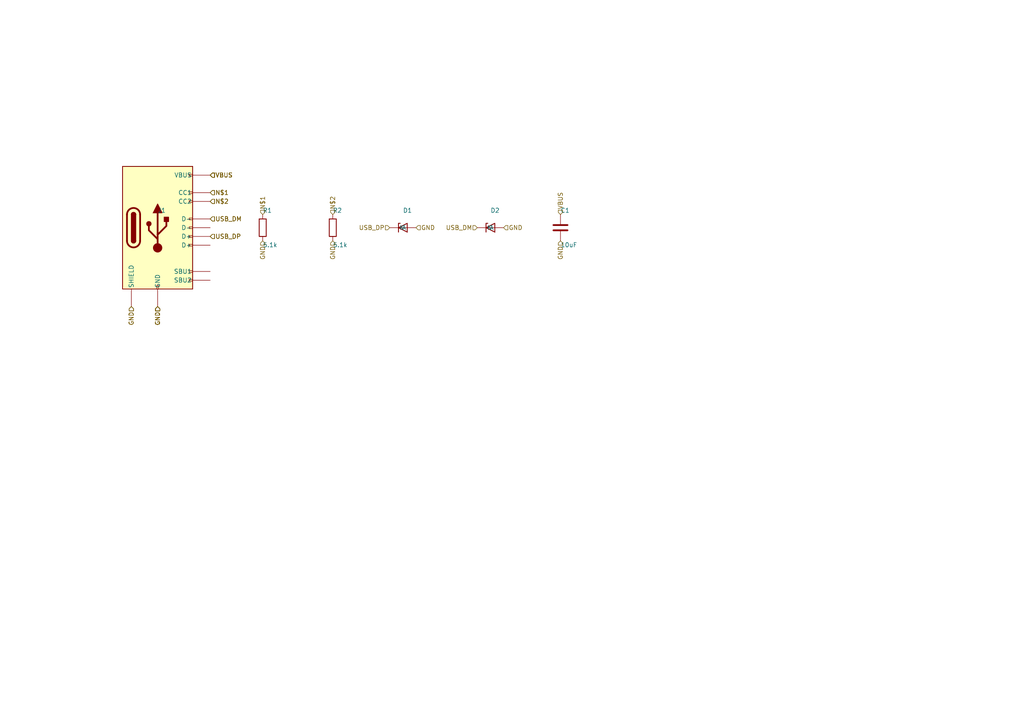
<source format=kicad_sch>
(kicad_sch (version 20250114) (generator "circuit_synth") (generator_version "9.0")
  (paper "A4")
  (lib_symbols
    (symbol "Connector:USB_C_Receptacle_USB2.0_16P" (pin_numbers hide) (pin_names (offset 0.254))
      (property "Reference" "J" (at 0 0 0))
      (property "Value" "USB_C_Receptacle_USB2.0_16P" (at 0 -2.54 0))
      (symbol "USB_C_Receptacle_USB2.0_16P_0_1"
        (rectangle (start -0.254 -17.78) (end 0.254 -16.764) (stroke (width 0.0)))
        (rectangle (start 10.16 15.494) (end 9.144 14.986) (stroke (width 0.0)))
        (rectangle (start 10.16 10.414) (end 9.144 9.906) (stroke (width 0.0)))
        (rectangle (start 10.16 7.874) (end 9.144 7.366) (stroke (width 0.0)))
        (rectangle (start 10.16 2.794) (end 9.144 2.286) (stroke (width 0.0)))
        (rectangle (start 10.16 0.254) (end 9.144 -0.254) (stroke (width 0.0)))
        (rectangle (start 10.16 -2.286) (end 9.144 -2.794) (stroke (width 0.0)))
        (rectangle (start 10.16 -4.826) (end 9.144 -5.334) (stroke (width 0.0)))
        (rectangle (start 10.16 -12.446) (end 9.144 -12.954) (stroke (width 0.0)))
        (rectangle (start 10.16 -14.986) (end 9.144 -15.494) (stroke (width 0.0)))
        (rectangle (start -10.16 17.78) (end 10.16 -17.78) (stroke (width 0.254)) (fill (type background)))
        (polyline (pts (xy -8.89 -3.81) (xy -8.89 3.81)) (stroke (width 0.508)))
        (rectangle (start -7.62 -3.81) (end -6.35 3.81) (stroke (width 0.254)) (fill (type outline)))
        (arc (start -7.62 3.81) (mid -6.985 4.4423) (end -6.35 3.81) (stroke (width 0.254)))
        (arc (start -7.62 3.81) (mid -6.985 4.4423) (end -6.35 3.81) (stroke (width 0.254)) (fill (type outline)))
        (arc (start -8.89 3.81) (mid -6.985 5.7067) (end -5.08 3.81) (stroke (width 0.508)))
        (arc (start -5.08 -3.81) (mid -6.985 -5.7067) (end -8.89 -3.81) (stroke (width 0.508)))
        (arc (start -6.35 -3.81) (mid -6.985 -4.4423) (end -7.62 -3.81) (stroke (width 0.254)))
        (arc (start -6.35 -3.81) (mid -6.985 -4.4423) (end -7.62 -3.81) (stroke (width 0.254)) (fill (type outline)))
        (polyline (pts (xy -5.08 3.81) (xy -5.08 -3.81)) (stroke (width 0.508)))
        (circle (center -2.54 1.143) (radius 0.635) (stroke (width 0.254)) (fill (type outline)))
        (polyline (pts (xy -1.27 4.318) (xy 0.0 6.858) (xy 1.27 4.318) (xy -1.27 4.318)) (stroke (width 0.254)) (fill (type outline)))
        (polyline (pts (xy 0.0 -2.032) (xy 2.54 0.508) (xy 2.54 1.778)) (stroke (width 0.508)))
        (polyline (pts (xy 0.0 -3.302) (xy -2.54 -0.762) (xy -2.54 0.508)) (stroke (width 0.508)))
        (polyline (pts (xy 0.0 -5.842) (xy 0.0 4.318)) (stroke (width 0.508)))
        (circle (center 0.0 -5.842) (radius 1.27) (stroke (width 0.0)) (fill (type outline)))
        (rectangle (start 1.905 1.778) (end 3.175 3.048) (stroke (width 0.254)) (fill (type outline)))
      )
      (symbol "USB_C_Receptacle_USB2.0_16P_1_1"
        (pin passive line (at -7.62 -22.86 90.0) (length 5.08) (name SHIELD) (number S1))
        (pin passive line (at 0.0 -22.86 90.0) (length 5.08) (name GND) (number A1))
        (pin passive line (hide yes) (at 0.0 -22.86 90.0) (length 5.08) (name GND) (number A12))
        (pin passive line (hide yes) (at 0.0 -22.86 90.0) (length 5.08) (name GND) (number B1))
        (pin passive line (hide yes) (at 0.0 -22.86 90.0) (length 5.08) (name GND) (number B12))
        (pin passive line (at 15.24 15.24 180.0) (length 5.08) (name VBUS) (number A4))
        (pin passive line (hide yes) (at 15.24 15.24 180.0) (length 5.08) (name VBUS) (number A9))
        (pin passive line (hide yes) (at 15.24 15.24 180.0) (length 5.08) (name VBUS) (number B4))
        (pin passive line (hide yes) (at 15.24 15.24 180.0) (length 5.08) (name VBUS) (number B9))
        (pin passive line (at 15.24 10.16 180.0) (length 5.08) (name CC1) (number A5))
        (pin passive line (at 15.24 7.62 180.0) (length 5.08) (name CC2) (number B5))
        (pin passive line (at 15.24 2.54 180.0) (length 5.08) (name D-) (number A7))
        (pin passive line (at 15.24 0.0 180.0) (length 5.08) (name D-) (number B7))
        (pin passive line (at 15.24 -2.54 180.0) (length 5.08) (name D+) (number A6))
        (pin passive line (at 15.24 -5.08 180.0) (length 5.08) (name D+) (number B6))
        (pin passive line (at 15.24 -12.7 180.0) (length 5.08) (name SBU1) (number A8))
        (pin passive line (at 15.24 -15.24 180.0) (length 5.08) (name SBU2) (number B8))
      )
    )
    (symbol "Device:R" (pin_numbers hide) (pin_names (offset 0.254))
      (property "Reference" "R" (at 0 0 0))
      (property "Value" "R" (at 0 -2.54 0))
      (symbol "R_0_1"
        (rectangle (start -1.016 -2.54) (end 1.016 2.54) (stroke (width 0.254)))
      )
      (symbol "R_1_1"
        (pin passive line (at 0.0 3.81 270.0) (length 1.27) (name ~) (number "1"))
        (pin passive line (at 0.0 -3.81 90.0) (length 1.27) (name ~) (number "2"))
      )
    )
    (symbol "Diode:ESD5Zxx" (pin_numbers hide) (pin_names (offset 0.254))
      (property "Reference" "D" (at 0 0 0))
      (property "Value" "ESD5Zxx" (at 0 -2.54 0))
      (symbol "ESD5Zxx_0_1"
        (polyline (pts (xy -1.27 -1.27) (xy -1.27 1.27) (xy -0.762 1.27)) (stroke (width 0.254)))
        (polyline (pts (xy 1.27 0.0) (xy -1.27 0.0)) (stroke (width 0.0)))
        (polyline (pts (xy 1.27 -1.27) (xy 1.27 1.27) (xy -1.27 0.0) (xy 1.27 -1.27)) (stroke (width 0.254)))
      )
      (symbol "ESD5Zxx_1_1"
        (pin passive line (at -3.81 0.0 0.0) (length 2.54) (name K) (number "1"))
        (pin passive line (at 3.81 0.0 180.0) (length 2.54) (name A) (number "2"))
      )
    )
    (symbol "Device:C" (pin_numbers hide) (pin_names (offset 0.254))
      (property "Reference" "C" (at 0 0 0))
      (property "Value" "C" (at 0 -2.54 0))
      (symbol "C_0_1"
        (polyline (pts (xy -2.032 0.762) (xy 2.032 0.762)) (stroke (width 0.508)))
        (polyline (pts (xy -2.032 -0.762) (xy 2.032 -0.762)) (stroke (width 0.508)))
      )
      (symbol "C_1_1"
        (pin passive line (at 0.0 3.81 270.0) (length 2.794) (name ~) (number "1"))
        (pin passive line (at 0.0 -3.81 90.0) (length 2.794) (name ~) (number "2"))
      )
    )
  )
  (title_block (title USB_Port) (date 2025-08-04) (company Circuit-Synth))
  (symbol (lib_id "Connector:USB_C_Receptacle_USB2.0_16P") (at 45.72 66.04 0) (unit 1)
    (property "Reference" "J1" (at 45.72 61.040000000000006 0) (effects (justify left)))
    (property "Footprint" "Connector_USB:USB_C_Receptacle_GCT_USB4105-xx-A_16P_TopMnt_Horizontal" (effects (hide yes)))
  )
  (symbol (lib_id "Device:R") (at 76.2 66.04 0) (unit 1)
    (property "Reference" "R1" (at 76.2 61.040000000000006 0) (effects (justify left)))
    (property "Value" "5.1k" (at 76.2 71.04 0) (effects (justify left)))
    (property "Footprint" "Resistor_SMD:R_0603_1608Metric" (effects (hide yes)))
  )
  (symbol (lib_id "Device:R") (at 96.52 66.04 0) (unit 1)
    (property "Reference" "R2" (at 96.52 61.040000000000006 0) (effects (justify left)))
    (property "Value" "5.1k" (at 96.52 71.04 0) (effects (justify left)))
    (property "Footprint" "Resistor_SMD:R_0603_1608Metric" (effects (hide yes)))
  )
  (symbol (lib_id "Diode:ESD5Zxx") (at 116.84 66.04 0) (unit 1)
    (property "Reference" "D1" (at 116.84 61.040000000000006 0) (effects (justify left)))
    (property "Footprint" "Diode_SMD:D_SOD-523" (effects (hide yes)))
  )
  (symbol (lib_id "Diode:ESD5Zxx") (at 142.24 66.04 0) (unit 1)
    (property "Reference" "D2" (at 142.24 61.040000000000006 0) (effects (justify left)))
    (property "Footprint" "Diode_SMD:D_SOD-523" (effects (hide yes)))
  )
  (symbol (lib_id "Device:C") (at 162.56 66.04 0) (unit 1)
    (property "Reference" "C1" (at 162.56 61.040000000000006 0) (effects (justify left)))
    (property "Value" "10uF" (at 162.56 71.04 0) (effects (justify left)))
    (property "Footprint" "Capacitor_SMD:C_0805_2012Metric" (effects (hide yes)))
  )
  (hierarchical_label GND (shape input) (at 38.1 88.9 270))
  (hierarchical_label GND (shape input) (at 45.72 88.9 270))
  (hierarchical_label GND (shape input) (at 45.72 88.9 270))
  (hierarchical_label GND (shape input) (at 45.72 88.9 270))
  (hierarchical_label GND (shape input) (at 45.72 88.9 270))
  (hierarchical_label GND (shape input) (at 38.1 88.9 270))
  (hierarchical_label GND (shape input) (at 76.2 69.85000000000001 270))
  (hierarchical_label GND (shape input) (at 96.52 69.85000000000001 270))
  (hierarchical_label GND (shape input) (at 120.65 66.04 0))
  (hierarchical_label GND (shape input) (at 146.05 66.04 0))
  (hierarchical_label GND (shape input) (at 162.56 69.85000000000001 270))
  (hierarchical_label VBUS (shape input) (at 60.96 50.800000000000004 0))
  (hierarchical_label VBUS (shape input) (at 60.96 50.800000000000004 0))
  (hierarchical_label VBUS (shape input) (at 60.96 50.800000000000004 0))
  (hierarchical_label VBUS (shape input) (at 60.96 50.800000000000004 0))
  (hierarchical_label VBUS (shape input) (at 162.56 62.230000000000004 90))
  (hierarchical_label N$1 (shape input) (at 60.96 55.88000000000001 0))
  (hierarchical_label N$1 (shape input) (at 60.96 55.88000000000001 0))
  (hierarchical_label N$1 (shape input) (at 76.2 62.230000000000004 90))
  (hierarchical_label N$2 (shape input) (at 60.96 58.42000000000001 0))
  (hierarchical_label N$2 (shape input) (at 60.96 58.42000000000001 0))
  (hierarchical_label N$2 (shape input) (at 96.52 62.230000000000004 90))
  (hierarchical_label USB_DM (shape input) (at 60.96 63.50000000000001 0))
  (hierarchical_label USB_DM (shape input) (at 60.96 63.50000000000001 0))
  (hierarchical_label USB_DM (shape input) (at 138.43 66.04 180))
  (hierarchical_label USB_DP (shape input) (at 60.96 68.58000000000001 0))
  (hierarchical_label USB_DP (shape input) (at 60.96 68.58000000000001 0))
  (hierarchical_label USB_DP (shape input) (at 113.03 66.04 180))
)
</source>
